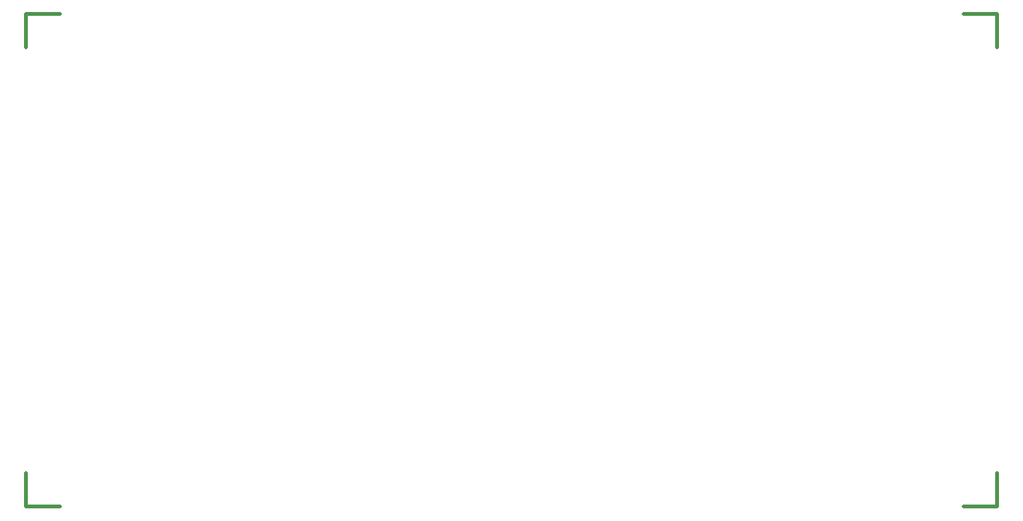
<source format=gbp>
G04 CAM Products 2000  RS274-X Output*
G04 Serial Number: 0000-00-00000*
G04 File Name:FULLMONI.GBP *
%FSLAX34Y34*%
%MOIN*%
%SFA1B1*%

%IPPOS*%
%ADD10C,0.019600*%
%ADD11C,0.011800*%
%ADD12C,0.007800*%
%ADD13R,0.043300X0.063000*%
%ADD14R,0.063000X0.043300*%
%ADD15R,0.070800X0.019600*%
%ADD16R,0.031500X0.047200*%
%ADD17R,0.055100X0.039300*%
%ADD18R,0.063000X0.011800*%
%ADD19R,0.059000X0.114100*%
%ADD20R,0.059000X0.114100*%
%ADD21R,0.039300X0.017700*%
%ADD22R,0.043300X0.027500*%
%ADD23R,0.048000X0.024400*%
%ADD24R,0.015700X0.090500*%
%ADD25R,0.047200X0.008600*%
%ADD26R,0.023600X0.061000*%
%ADD27R,0.055100X0.035400*%
%ADD28R,0.089300X0.021600*%
%ADD29R,0.114100X0.059000*%
%ADD30R,0.013700X0.063000*%
%ADD31R,0.114100X0.059000*%
%ADD32R,0.102300X0.102300*%
%ADD33R,0.019600X0.086600*%
%ADD34R,0.047200X0.070800*%
%ADD35R,0.127900X0.027500*%
%ADD36R,0.013700X0.070800*%
%ADD37R,0.019600X0.066900*%
%ADD38R,0.019600X0.066900*%
%ADD39R,0.078700X0.019600*%
%ADD40R,0.090500X0.015700*%
%ADD41R,0.007800X0.063000*%
%ADD42R,0.063000X0.007800*%
%ADD43C,0.039300*%
%ADD44O,0.007800X0.015700*%
%ADD45O,0.015700X0.007800*%
%ADD46R,0.039300X0.015700*%
%ADD47R,0.027500X0.043300*%
%ADD48R,0.070800X0.031500*%
%ADD49R,0.070800X0.047200*%
%ADD50R,0.086600X0.098400*%
%ADD51R,0.032400X0.078700*%
%ADD52C,0.011800*%
%ADD53C,0.007800*%
%ADD54C,0.015700*%
%ADD55C,0.059000*%
%ADD56C,0.039300*%
%ADD57C,0.010000*%
%ADD58C,0.078700*%
%ADD59C,0.063000*%
%ADD60C,0.059000*%
%ADD61O,0.098400X0.070800*%
%ADD62O,0.070800X0.098400*%
%ADD63C,0.050000*%
%ADD64C,0.125900*%
%ADD65R,0.098400X0.118100*%
%ADD66C,0.070800*%
%ADD67C,0.051100*%
%ADD68R,0.070800X0.070800*%
%ADD69R,0.051100X0.070800*%
%ADD70R,0.070800X0.051100*%
%ADD71R,0.078700X0.027500*%
%ADD72R,0.039300X0.055100*%
%ADD73R,0.063000X0.047200*%
%ADD74R,0.066900X0.122000*%
%ADD75R,0.066900X0.122000*%
%ADD76R,0.047200X0.025600*%
%ADD77R,0.051100X0.035400*%
%ADD78R,0.055900X0.032200*%
%ADD79R,0.023600X0.098400*%
%ADD80R,0.055100X0.016500*%
%ADD81R,0.031500X0.068900*%
%ADD82R,0.097200X0.029500*%
%ADD83R,0.122000X0.066900*%
%ADD84R,0.021600X0.070800*%
%ADD85R,0.122000X0.066900*%
%ADD86R,0.110200X0.110200*%
%ADD87R,0.027500X0.094400*%
%ADD88R,0.055100X0.078700*%
%ADD89R,0.135800X0.035400*%
%ADD90R,0.021600X0.078700*%
%ADD91R,0.027500X0.074800*%
%ADD92R,0.027500X0.074800*%
%ADD93R,0.086600X0.027500*%
%ADD94R,0.098400X0.023600*%
%ADD95R,0.015700X0.070800*%
%ADD96R,0.070800X0.015700*%
%ADD97C,0.047200*%
%ADD98O,0.015700X0.023600*%
%ADD99O,0.023600X0.015700*%
%ADD100R,0.047200X0.023600*%
%ADD101R,0.035400X0.051100*%
%ADD102R,0.078700X0.039300*%
%ADD103R,0.078700X0.055100*%
%ADD104R,0.094400X0.106300*%
%ADD105R,0.040300X0.086600*%
%ADD106C,0.086600*%
%ADD107C,0.066900*%
%ADD108O,0.106300X0.078700*%
%ADD109O,0.078700X0.106300*%
%ADD110C,0.057800*%
%ADD111C,0.133800*%
%ADD112R,0.106300X0.125900*%
%ADD113C,0.078700*%
%ADD114C,0.027500*%
%ADD115C,0.019600*%
%ADD116R,0.659400X0.039300*%
%ADD117R,0.659400X0.039300*%
%LNFULLMONI-1*%
%LPD*%
G54D10*
X225961Y231395D02*
X227733D01*
Y229624D02*
Y231395D01*
Y205411D02*
Y207183D01*
X225961Y205411D02*
X227733D01*
X176552D02*
Y207183D01*
Y205411D02*
X178324D01*
X176552Y231395D02*
X178324D01*
X176552Y229624D02*
Y231395D01*
M02*
</source>
